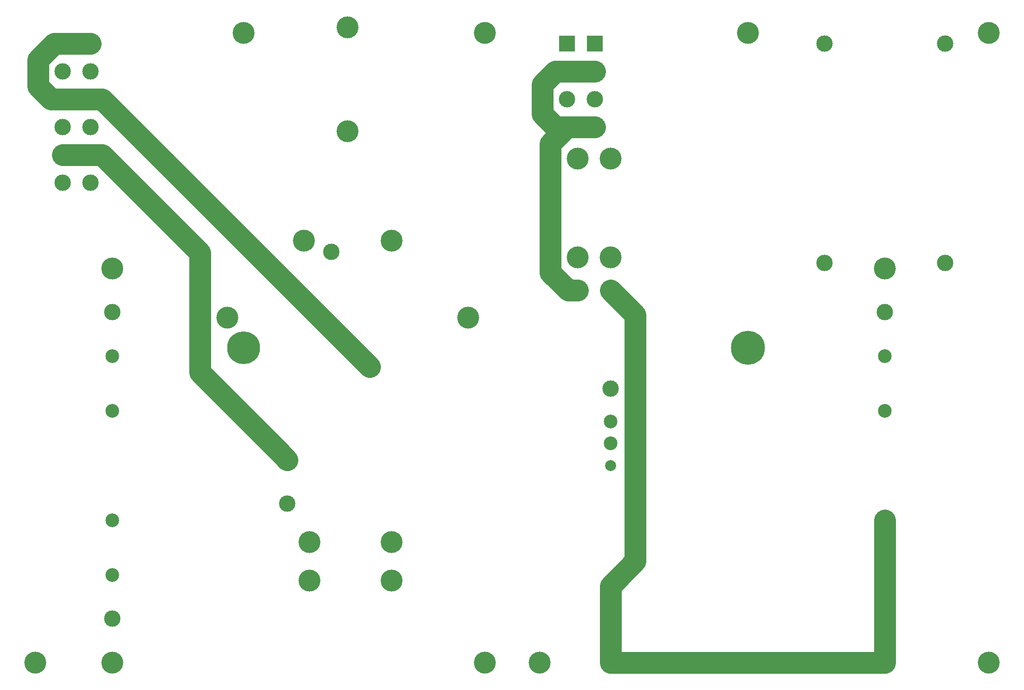
<source format=gtl>
G04 #@! TF.FileFunction,Copper,L1,Top,Signal*
%FSLAX46Y46*%
G04 Gerber Fmt 4.6, Leading zero omitted, Abs format (unit mm)*
G04 Created by KiCad (PCBNEW 4.0.0-stable) date Tuesday, December 22, 2015 'PMt' 11:05:09 PM*
%MOMM*%
G01*
G04 APERTURE LIST*
%ADD10C,0.100000*%
%ADD11C,3.000000*%
%ADD12C,2.500000*%
%ADD13C,2.000000*%
%ADD14C,4.000000*%
%ADD15R,3.000000X3.000000*%
%ADD16C,6.200000*%
%ADD17C,6.000000*%
%ADD18C,4.000000*%
G04 APERTURE END LIST*
D10*
D11*
X154000000Y-149000000D03*
X154000000Y-99000000D03*
D12*
X154000000Y-143000000D03*
X154000000Y-139000000D03*
D13*
X154000000Y-135000000D03*
D12*
X154000000Y-105000000D03*
D13*
X154000000Y-113000000D03*
D12*
X154000000Y-109000000D03*
D14*
X114000000Y-127000000D03*
X114000000Y-134000000D03*
D11*
X95000000Y-120000000D03*
X95000000Y-112000000D03*
D14*
X99000000Y-127000000D03*
X99000000Y-134000000D03*
D15*
X146000000Y-36000000D03*
D11*
X146000000Y-41080000D03*
X146000000Y-46160000D03*
X146000000Y-51240000D03*
D15*
X151080000Y-36000000D03*
D11*
X151080000Y-41080000D03*
X151080000Y-46160000D03*
X151080000Y-51240000D03*
D15*
X54000000Y-36000000D03*
D11*
X54000000Y-41080000D03*
X54000000Y-46160000D03*
X54000000Y-51240000D03*
X54000000Y-56320000D03*
X54000000Y-61400000D03*
D15*
X59080000Y-36000000D03*
D11*
X59080000Y-41080000D03*
X59080000Y-46160000D03*
X59080000Y-51240000D03*
X59080000Y-56320000D03*
X59080000Y-61400000D03*
D16*
X179000000Y-91500000D03*
D14*
X87000000Y-34000000D03*
D17*
X87000000Y-91500000D03*
D14*
X179000000Y-34000000D03*
X141000000Y-149000000D03*
X223000000Y-149000000D03*
X131000000Y-34000000D03*
X49000000Y-149000000D03*
X223000000Y-34000000D03*
X131000000Y-149000000D03*
X154000000Y-75000000D03*
X148000000Y-57000000D03*
X148000000Y-75000000D03*
D12*
X148000000Y-81000000D03*
X154000000Y-81000000D03*
D14*
X154000000Y-57000000D03*
X114000000Y-72000000D03*
X128000000Y-86000000D03*
X84000000Y-86000000D03*
X98000000Y-72000000D03*
X106000000Y-33000000D03*
D11*
X103000000Y-74000000D03*
X110000000Y-95000000D03*
D14*
X106000000Y-52000000D03*
D11*
X215000000Y-36000000D03*
X215000000Y-76000000D03*
X193000000Y-76000000D03*
X193000000Y-36000000D03*
D14*
X204000000Y-149000000D03*
X204000000Y-77000000D03*
D12*
X204000000Y-133000000D03*
D11*
X204000000Y-141000000D03*
D12*
X204000000Y-93000000D03*
D11*
X204000000Y-85000000D03*
D12*
X204000000Y-123000000D03*
X204000000Y-103000000D03*
D14*
X63000000Y-149000000D03*
X63000000Y-77000000D03*
D12*
X63000000Y-133000000D03*
D11*
X63000000Y-141000000D03*
D12*
X63000000Y-93000000D03*
D11*
X63000000Y-85000000D03*
D12*
X63000000Y-123000000D03*
X63000000Y-103000000D03*
D18*
X154000000Y-149000000D02*
X204000000Y-149000000D01*
X154000000Y-143000000D02*
X154000000Y-149000000D01*
X154000000Y-139000000D02*
X154000000Y-143000000D01*
X154000000Y-135000000D02*
X154000000Y-139000000D01*
X154000000Y-81000000D02*
X158500001Y-85500001D01*
X158500001Y-85500001D02*
X158500001Y-130499999D01*
X158500001Y-130499999D02*
X154999999Y-134000001D01*
X154999999Y-134000001D02*
X154000000Y-135000000D01*
X204000000Y-133000000D02*
X204000000Y-123000000D01*
X204000000Y-141000000D02*
X204000000Y-133000000D01*
X204000000Y-149000000D02*
X204000000Y-141000000D01*
X59080000Y-56320000D02*
X61201320Y-56320000D01*
X61201320Y-56320000D02*
X78999999Y-74118679D01*
X78999999Y-74118679D02*
X78999999Y-95999999D01*
X78999999Y-95999999D02*
X93500001Y-110500001D01*
X93500001Y-110500001D02*
X95000000Y-112000000D01*
X54000000Y-56320000D02*
X59080000Y-56320000D01*
X146000000Y-51240000D02*
X142999999Y-54240001D01*
X142999999Y-54240001D02*
X142999999Y-77767765D01*
X142999999Y-77767765D02*
X146232234Y-81000000D01*
X146232234Y-81000000D02*
X148000000Y-81000000D01*
X146000000Y-51240000D02*
X151080000Y-51240000D01*
X146000000Y-41080000D02*
X143878680Y-41080000D01*
X143878680Y-41080000D02*
X141499999Y-43458681D01*
X141499999Y-43458681D02*
X141499999Y-48861319D01*
X141499999Y-48861319D02*
X143878680Y-51240000D01*
X143878680Y-51240000D02*
X146000000Y-51240000D01*
X151080000Y-41080000D02*
X146000000Y-41080000D01*
X59080000Y-36000000D02*
X54000000Y-36000000D01*
X59080000Y-46160000D02*
X54000000Y-46160000D01*
X54000000Y-46160000D02*
X51878680Y-46160000D01*
X51878680Y-46160000D02*
X49499999Y-43781319D01*
X49499999Y-43781319D02*
X49499999Y-38919999D01*
X49499999Y-38919999D02*
X52419998Y-36000000D01*
X52419998Y-36000000D02*
X54000000Y-36000000D01*
X54000000Y-46160000D02*
X61160000Y-46160000D01*
X61160000Y-46160000D02*
X110000000Y-95000000D01*
M02*

</source>
